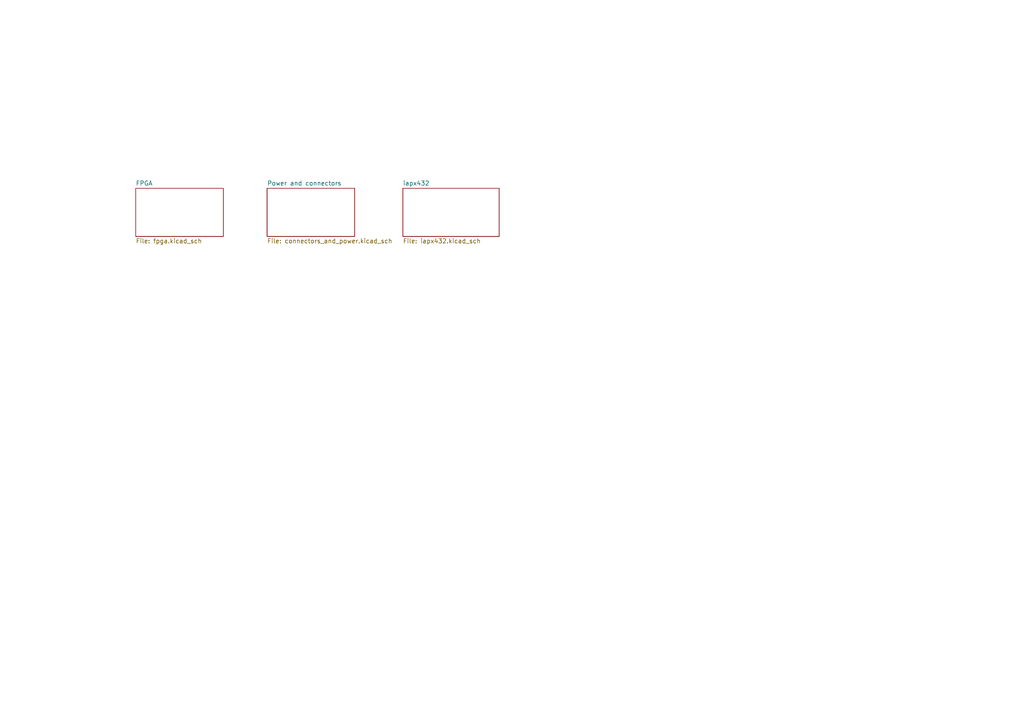
<source format=kicad_sch>
(kicad_sch
	(version 20250114)
	(generator "eeschema")
	(generator_version "9.0")
	(uuid "67eaaf8b-3167-464d-80ff-10230a434b93")
	(paper "A4")
	(lib_symbols)
	(sheet
		(at 39.37 54.61)
		(size 25.4 13.97)
		(exclude_from_sim no)
		(in_bom yes)
		(on_board yes)
		(dnp no)
		(fields_autoplaced yes)
		(stroke
			(width 0.1524)
			(type solid)
		)
		(fill
			(color 0 0 0 0.0000)
		)
		(uuid "3281265a-7b30-4bdb-9914-95224b31c3e1")
		(property "Sheetname" "FPGA"
			(at 39.37 53.8984 0)
			(effects
				(font
					(size 1.27 1.27)
				)
				(justify left bottom)
			)
		)
		(property "Sheetfile" "fpga.kicad_sch"
			(at 39.37 69.1646 0)
			(effects
				(font
					(size 1.27 1.27)
				)
				(justify left top)
			)
		)
		(instances
			(project "iapx432-sbc"
				(path "/67eaaf8b-3167-464d-80ff-10230a434b93"
					(page "2")
				)
			)
		)
	)
	(sheet
		(at 116.84 54.61)
		(size 27.94 13.97)
		(exclude_from_sim no)
		(in_bom yes)
		(on_board yes)
		(dnp no)
		(fields_autoplaced yes)
		(stroke
			(width 0.1524)
			(type solid)
		)
		(fill
			(color 0 0 0 0.0000)
		)
		(uuid "d38afbed-b11a-4c8b-a30a-67fc30a93bbb")
		(property "Sheetname" "iapx432"
			(at 116.84 53.8984 0)
			(effects
				(font
					(size 1.27 1.27)
				)
				(justify left bottom)
			)
		)
		(property "Sheetfile" "iapx432.kicad_sch"
			(at 116.84 69.1646 0)
			(effects
				(font
					(size 1.27 1.27)
				)
				(justify left top)
			)
		)
		(instances
			(project "iapx432-sbc"
				(path "/67eaaf8b-3167-464d-80ff-10230a434b93"
					(page "4")
				)
			)
		)
	)
	(sheet
		(at 77.47 54.61)
		(size 25.4 13.97)
		(exclude_from_sim no)
		(in_bom yes)
		(on_board yes)
		(dnp no)
		(fields_autoplaced yes)
		(stroke
			(width 0.1524)
			(type solid)
		)
		(fill
			(color 0 0 0 0.0000)
		)
		(uuid "f8e3cfe9-87e3-4163-82fc-bb97bb00aedd")
		(property "Sheetname" "Power and connectors"
			(at 77.47 53.8984 0)
			(effects
				(font
					(size 1.27 1.27)
				)
				(justify left bottom)
			)
		)
		(property "Sheetfile" "connectors_and_power.kicad_sch"
			(at 77.47 69.1646 0)
			(effects
				(font
					(size 1.27 1.27)
				)
				(justify left top)
			)
		)
		(instances
			(project "iapx432-sbc"
				(path "/67eaaf8b-3167-464d-80ff-10230a434b93"
					(page "3")
				)
			)
		)
	)
	(sheet_instances
		(path "/"
			(page "1")
		)
	)
	(embedded_fonts no)
)

</source>
